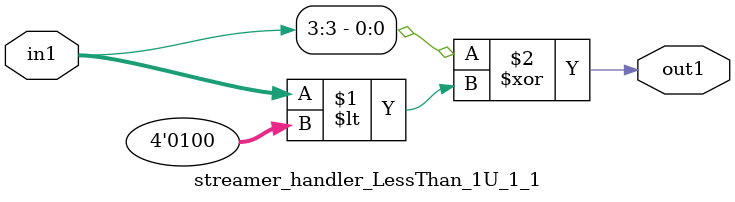
<source format=v>

`timescale 1ps / 1ps


module streamer_handler_LessThan_1U_1_1( in1, out1 );

    input [3:0] in1;
    output out1;

    
    // rtl_process:streamer_handler_LessThan_1U_1_1/streamer_handler_LessThan_1U_1_1_thread_1
    assign out1 = (in1[3] ^ in1 < 4'd04);

endmodule





</source>
